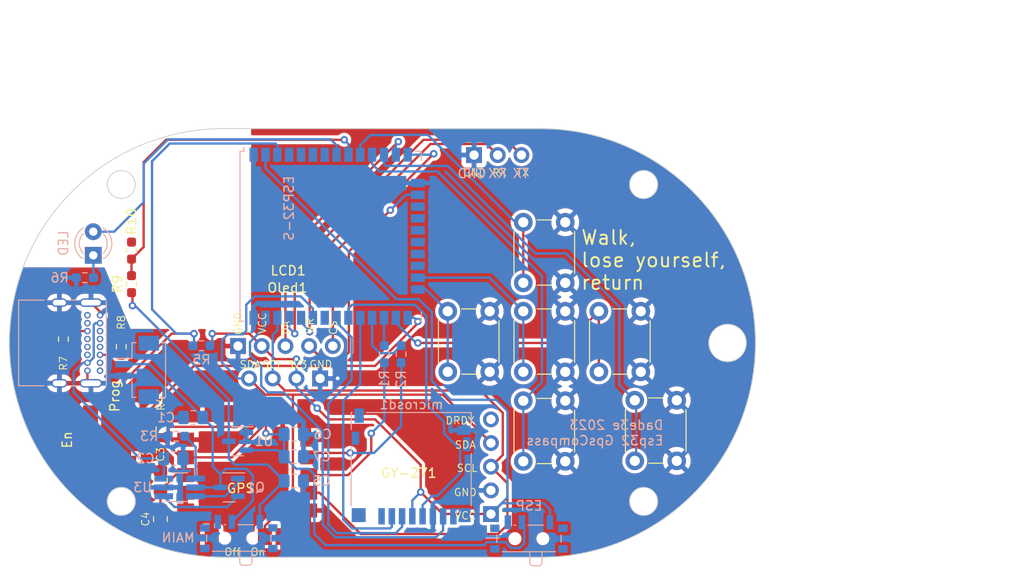
<source format=kicad_pcb>
(kicad_pcb (version 20221018) (generator pcbnew)
  (layers (0 "F.Cu" signal) (31 "B.Cu" signal) (34 "B.Paste" user) (35 "F.Paste" user) (36 "B.SilkS" user "B.Silkscreen") (37 "F.SilkS" user "F.Silkscreen") (38 "B.Mask" user) (39 "F.Mask" user) (44 "Edge.Cuts" user))
  (net 0 "")
  (net 1 "Net-(BT1-+)")
  (net 2 "GND")
  (net 3 "Net-(U3-VCC)")
  (net 4 "+3V3")
  (net 5 "Net-(J1-CC1)")
  (net 6 "Net-(J1-CC2)")
  (net 7 "CS")
  (net 8 "MISO")
  (net 9 "VCC")
  (net 10 "CLK")
  (net 11 "MOSI")
  (net 12 "SCL")
  (net 13 "SDA")
  (net 14 "Net-(Q1-B)")
  (net 15 "Net-(Q1-E)")
  (net 16 "RX2")
  (net 17 "TX2")
  (net 18 "Net-(U3-Prog)")
  (net 19 "Net-(ESP32-S1-EN)")
  (net 20 "B5")
  (net 21 "B6")
  (net 22 "B2")
  (net 23 "B3")
  (net 25 "B4")
  (net 26 "B1")
  (net 30 "Net-(ESP32-S1-IO32)")
  (net 31 "+BATT")
  (net 32 "lcd_data")
  (net 39 "lcd_wr")
  (net 40 "lcd_cs")
  (net 41 "Net-(ESP32-S1-IO0)")
  (net 43 "Net-(ESP32-S1-RXD0{slash}IO3)")
  (net 44 "Net-(ESP32-S1-TXD0{slash}IO1)")
  (net 45 "Net-(GPS1-TXD)")
  (net 46 "Net-(GPS1-RXD)")
  (net 47 "Net-(GPS1-~{RESET})")
  (net 49 "Net-(LED1-K)")
  (net 55 "battery_level")
  (footprint "Button_Switch_THT:SW_PUSH_6mm" (layer "F.Cu") (at 168.2 56.6 90)
    (fp_text reference "SWdown1" hide)
    (fp_text value "SW_SPST" hide)
  )
  (footprint "Resistor_SMD:R_0603_1608Metric_Pad0.98x0.95mm_HandSolder" (layer "F.Cu") (at 117 53.9 90)
    (fp_text reference "R8")
    (fp_text value "5K1" hide)
  )
  (footprint "mia_libreria:GY-271" (layer "F.Cu") (at 156.63 71.86 180)
    (fp_text reference "GY-271")
    (fp_text value "Conn_01x05_Socket" hide)
  )
  (footprint "mia_libreria:display_7_segm_4_digits" (layer "F.Cu") (at 129.52 53.83 90)
    (fp_text reference "LCD1")
    (fp_text value "Conn_01x05_Socket" hide)
  )
  (footprint "Button_Switch_THT:SW_PUSH_6mm" (layer "F.Cu") (at 160.1 47.05 90)
    (fp_text reference "SWright1" hide)
    (fp_text value "SW_SPST" hide)
  )
  (footprint "Connector_PinSocket_2.54mm:PinSocket_1x03_P2.54mm_Vertical" (layer "F.Cu") (at 159.9 33.34 -90)
    (fp_text reference "Serial1" hide)
    (fp_text value "Conn_01x03_Socket" hide)
  )
  (footprint "Resistor_SMD:R_0603_1608Metric_Pad0.98x0.95mm_HandSolder" (layer "F.Cu") (at 110.8 53.1 -90)
    (fp_text reference "R7")
    (fp_text value "5K1" hide)
  )
  (footprint "Button_Switch_THT:SW_PUSH_6mm" (layer "F.Cu") (at 160.1 56.6 90)
    (fp_text reference "SWleft1" hide)
    (fp_text value "SW_SPST" hide)
  )
  (footprint "mia_libreria:Display_i2c_128x64" (layer "F.Cu") (at 130.72 57.31 90)
    (fp_text reference "Oled1")
    (fp_text value "Conn_01x04_Socket" hide)
  )
  (footprint "Button_Switch_THT:SW_PUSH_6mm" (layer "F.Cu") (at 172.05 66.15 90)
    (fp_text reference "SWb1" hide)
    (fp_text value "SW_SPST" hide)
  )
  (footprint "Resistor_SMD:R_0603_1608Metric_Pad0.98x0.95mm_HandSolder" (layer "F.Cu") (at 121.25 62.75 -90)
    (fp_text reference "R4")
    (fp_text value "3,3K" hide)
  )
  (footprint "Button_Switch_THT:SW_PUSH_6mm" (layer "F.Cu") (at 160.1 66.2 90)
    (fp_text reference "SWa1" hide)
    (fp_text value "SW_SPST" hide)
  )
  (footprint "Button_Switch_THT:SW_PUSH_6mm" (layer "F.Cu") (at 152 56.6 90)
    (fp_text reference "SWup1" hide)
    (fp_text value "SW_SPST" hide)
  )
  (footprint "RF_GPS:ublox_SAM-M8Q" (layer "F.Cu") (at 130.5 67.675)
    (fp_text reference "GPS")
    (fp_text value "SAM-M8Q" hide)
  )
  (footprint "Resistor_SMD:R_0603_1608Metric_Pad0.98x0.95mm_HandSolder" (layer "F.Cu") (at 118.1 47.1875 90)
    (fp_text reference "R9")
    (fp_text value "27K" hide)
  )
  (footprint "Button_Switch_SMD:SW_SPST_EVQPE1" (layer "F.Cu") (at 113.7 63.9 90)
    (fp_text reference "En")
    (fp_text value "SW_SPST" hide)
  )
  (footprint "Button_Switch_SMD:SW_SPST_EVQPE1" (layer "F.Cu") (at 117.8 63.9 -90)
    (fp_text reference "Prog")
    (fp_text value "SW_SPST" hide)
  )
  (footprint "Capacitor_SMD:C_0805_2012Metric_Pad1.18x1.45mm_HandSolder" (layer "F.Cu") (at 121.2 68.2625 90)
    (fp_text reference "C3")
    (fp_text value "22pF" hide)
  )
  (footprint "Capacitor_SMD:C_0805_2012Metric_Pad1.18x1.45mm_HandSolder" (layer "F.Cu") (at 121.2 72.4 -90)
    (fp_text reference "C4")
    (fp_text value "4,7uF" hide)
  )
  (footprint "Resistor_SMD:R_0603_1608Metric_Pad0.98x0.95mm_HandSolder" (layer "F.Cu") (at 118.1 43.5875 90)
    (fp_text reference "R10")
    (fp_text value "100K" hide)
  )
  (footprint "Package_TO_SOT_SMD:SOT-23" (layer "B.Cu") (at 128.5625 69 180)
    (fp_text reference "Q1")
    (fp_text value "MMBTA92" hide)
  )
  (footprint "Resistor_SMD:R_0603_1608Metric_Pad0.98x0.95mm_HandSolder" (layer "B.Cu") (at 113.1 46.5 180)
    (fp_text reference "R6")
    (fp_text value "R" hide)
  )
  (footprint "Resistor_SMD:R_0603_1608Metric_Pad0.98x0.95mm_HandSolder" (layer "B.Cu") (at 145.2 54.7 -90)
    (fp_text reference "R1")
    (fp_text value "100R" hide)
  )
  (footprint "Resistor_SMD:R_0603_1608Metric_Pad0.98x0.95mm_HandSolder" (layer "B.Cu") (at 147 54.7 -90)
    (fp_text reference "R2")
    (fp_text value "100R" hide)
  )
  (footprint "Button_Switch_SMD:SW_SPDT_PCM12" (layer "B.Cu") (at 160.7 74.17 180)
    (fp_text reference "ESP")
    (fp_text value "SW_SPDT")
  )
  (footprint "Connector_Hirose:Hirose_DF13C_CL535-0402-2-51_1x02-1MP_P1.25mm_Vertical" (layer "B.Cu") (at 118.7 56.4 -90)
    (fp_text reference "BT1" hide)
    (fp_text value "Battery_Cell" hide)
  )
  (footprint "Capacitor_SMD:C_0805_2012Metric_Pad1.18x1.45mm_HandSolder" (layer "B.Cu") (at 135.5 68.3)
    (fp_text reference "C5")
    (fp_text value "1uF" hide)
  )
  (footprint "Resistor_SMD:R_0603_1608Metric_Pad0.98x0.95mm_HandSolder" (layer "B.Cu") (at 122.8875 63.5 180)
    (fp_text reference "R3")
    (fp_text value "5K" hide)
  )
  (footprint "Package_TO_SOT_SMD:TSOT-23-6_HandSoldering" (layer "B.Cu") (at 123.2625 69)
    (fp_text reference "U3")
    (fp_text value "LTC4054ES5-4.2" hide)
  )
  (footprint "RF_Module:ESP32-WROOM-32U" (layer "B.Cu") (at 139.45 42.05 -90)
    (fp_text reference "ESP32-S")
    (fp_text value "ESP32-WROOM-32U" hide)
  )
  (footprint "Capacitor_SMD:C_0805_2012Metric_Pad1.18x1.45mm_HandSolder" (layer "B.Cu") (at 135.5 65.7)
    (fp_text reference "C7")
    (fp_text value "1uF" hide)
  )
  (footprint "LED_THT:LED_D3.0mm" (layer "B.Cu") (at 114 44.1 90)
    (fp_text reference "LED")
    (fp_text value "LED" hide)
  )
  (footprint "Button_Switch_SMD:SW_SPDT_PCM12" (layer "B.Cu") (at 129.6 74.125 180)
    (fp_text reference "MAIN")
    (fp_text value "SW_SPDT")
  )
  (footprint "Capacitor_SMD:C_0805_2012Metric_Pad1.18x1.45mm_HandSolder" (layer "B.Cu") (at 135.5 63.3)
    (fp_text reference "C6")
    (fp_text value "0,1uF" hide)
  )
  (footprint "Package_TO_SOT_SMD:SOT-23" (layer "B.Cu") (at 129.4625 64.05 180)
    (fp_text reference "U1")
    (fp_text value "MCP1700x-330xxTT" hide)
  )
  (footprint "Resistor_SMD:R_0603_1608Metric_Pad0.98x0.95mm_HandSolder" (layer "B.Cu") (at 125.6 53.8 180)
    (fp_text reference "R5")
    (fp_text value "10K" hide)
  )
  (footprint "Capacitor_SMD:C_0805_2012Metric_Pad1.18x1.45mm_HandSolder" (layer "B.Cu") (at 124.7 61.5 180)
    (fp_text reference "C1")
    (fp_text value "10uF" hide)
  )
  (footprint "Connector_Card:microSD_HC_Hirose_DM3D-SF" (layer "B.Cu") (at 148.08 66.75 180)
    (fp_text reference "microsd1")
    (fp_text value "Micro_SD_Card" hide)
  )
  (footprint "Capacitor_SMD:C_0805_2012Metric_Pad1.18x1.45mm_HandSolder" (layer "B.Cu") (at 122.6 65.9)
    (fp_text reference "C2")
    (fp_text value "1uF" hide)
  )
  (footprint "Connector_USB:USB_C_Receptacle_GCT_USB4085" (layer "B.Cu") (at 114.725 56.475 90)
    (fp_text reference "J1" hide)
    (fp_text value "USB_C_Receptacle_PowerOnly_6P" hide)
  )
  (gr_line (start 128 76.5) (end 162 76.5) (stroke (width 0.1)) (layer "Edge.Cuts"))
  (gr_arc (start 128 76.5) (mid 105 53.5) (end 128 30.5) (stroke (width 0.1)) (layer "Edge.Cuts"))
  (gr_circle (center 173 36.5) (end 173 38) (stroke (width 0.1)) (fill none) (layer "Edge.Cuts"))
  (gr_circle (center 173 70.5) (end 173 72) (stroke (width 0.1)) (fill none) (layer "Edge.Cuts"))
  (gr_arc (start 162 30.5) (mid 185 53.5) (end 162 76.5) (stroke (width 0.1)) (layer "Edge.Cuts"))
  (gr_circle (center 182 53.5) (end 180 53.5) (stroke (width 0.1)) (fill none) (layer "Edge.Cuts"))
  (gr_line (start 128 30.5) (end 162 30.5) (stroke (width 0.1)) (layer "Edge.Cuts"))
  (gr_circle (center 117 36.5) (end 117 38) (stroke (width 0.1)) (fill none) (layer "Edge.Cuts"))
  (gr_circle (center 117 70.5) (end 117 72) (stroke (width 0.1)) (fill none) (layer "Edge.Cuts"))
  (gr_text "RX" (at 158.4 35.9) (layer "B.SilkS") (effects (font (size 1 1)) (justify left bottom mirror)))
  (gr_text "Esp32 GpsCompass" (at 175.2 64.56) (layer "B.SilkS") (effects (font (size 1 1)) (justify left bottom mirror)))
  (gr_text "TX" (at 160.8 35.9) (layer "B.SilkS") (effects (font (size 1 1)) (justify left bottom mirror)))
  (gr_text "GND" (at 156.2 35.9) (layer "B.SilkS") (effects (font (size 1 1)) (justify left bottom mirror)))
  (gr_text "Dade3e 2023" (at 175.2 62.9) (layer "B.SilkS") (effects (font (size 1 1)) (justify left bottom mirror)))
  (gr_text "On" (at 130.8 76.4) (layer "F.SilkS") (effects (font (size 0.8 0.8) (thickness 0.1)) (justify left bottom)))
  (gr_text "Off" (at 128 76.4) (layer "F.SilkS") (effects (font (size 0.8 0.8) (thickness 0.1)) (justify left bottom)))
  (gr_text "GND" (at 153.6 35.7) (layer "F.SilkS") (effects (font (size 0.8 0.8) (thickness 0.1)) (justify left bottom)))
  (gr_text "RX" (at 156.7 35.7) (layer "F.SilkS") (effects (font (size 0.8 0.8) (thickness 0.1)) (justify left bottom)))
  (gr_text "TX" (at 159.3 35.7) (layer "F.SilkS") (effects (font (size 0.8 0.8) (thickness 0.1)) (justify left bottom)))
  (gr_text "Walk,\nlose yourself,\nreturn" (at 166.2 47.9) (layer "F.SilkS") (effects (font (size 1.5 1.5) (thickness 0.2)) (justify left bottom)))
  (segment (start 124.9725 69) (end 127.625 69) (width 0.25) (layer "B.Cu") (net 1))
  (segment (start 126.8 62.5625) (end 126.8 66.75) (width 0.25) (layer "B.Cu") (net 1))
  (segment (start 117.25 55.775) (end 120.0125 55.775) (width 0.25) (layer "B.Cu") (net 1))
  (segment (start 131.1 67.7) (end 131.1 70.445) (width 0.25) (layer "B.Cu") (net 1))
  (segment (start 127.625 69) (end 127.625 67.575) (width 0.25) (layer "B.Cu") (net 1))
  (segment (start 126.8 66.75) (end 127.625 67.575) (width 0.25) (layer "B.Cu") (net 1))
  (segment (start 130.4 67) (end 131.1 67.7) (width 0.25) (layer "B.Cu") (net 1))
  (segment (start 125.7375 61.5) (end 126.8 62.5625) (width 0.25) (layer "B.Cu") (net 1))
  (segment (start 131.1 70.445) (end 128.85 72.695) (width 0.25) (layer "B.Cu") (net 1))
  (segment (start 128.2 67) (end 130.4 67) (width 0.25) (layer "B.Cu") (net 1))
  (segment (start 120.0125 55.775) (end 125.7375 61.5) (width 0.25) (layer "B.Cu") (net 1))
  (segment (start 127.625 67.575) (end 128.2 67) (width 0.25) (layer "B.Cu") (net 1))
  (segment (start 113.375 56.475) (end 113.375 57.455) (width 0.25) (layer "F.Cu") (net 2))
  (segment (start 113.375 57.455) (end 113.745 57.825) (width 0.25) (layer "F.Cu") (net 2))
  (segment (start 114.725 50.525) (end 114.725 50.155) (width 0.25) (layer "F.Cu") (net 2))
  (segment (start 114.725 50.155) (end 113.745 49.175) (width 0.25) (layer "F.Cu") (net 2))
  (via (at 140.2 57.3) (size 0.8) (drill 0.4) (layers "F.Cu" "B.Cu") (net 2))
  (segment (start 114.05 55.054595) (end 113.479595 55.625) (width 0.25) (layer "B.Cu") (net 3))
  (segment (start 119 65.9) (end 121.5625 65.9) (width 0.25) (layer "B.Cu") (net 3))
  (segment (start 121.5625 68.04) (end 121.5525 68.05) (width 0.25) (layer "B.Cu") (net 3))
  (segment (start 114.230026 51.375) (end 114.05 51.555026) (width 0.25) (layer "B.Cu") (net 3))
  (segment (start 111.9 58.8) (end 119 65.9) (width 0.25) (layer "B.Cu") (net 3))
  (segment (start 111.9 56.605026) (end 111.9 58.8) (width 0.25) (layer "B.Cu") (net 3))
  (segment (start 121.5625 65.9) (end 121.5625 68.04) (width 0.25) (layer "B.Cu") (net 3))
  (segment (start 113.479595 55.625) (end 113.375 55.625) (width 0.25) (layer "B.Cu") (net 3))
  (segment (start 112.880026 55.625) (end 111.9 56.605026) (width 0.25) (layer "B.Cu") (net 3))
  (segment (start 113.375 55.625) (end 112.880026 55.625) (width 0.25) (layer "B.Cu") (net 3))
  (segment (start 114.725 51.375) (end 114.230026 51.375) (width 0.25) (layer "B.Cu") (net 3))
  (segment (start 114.05 51.555026) (end 114.05 55.054595) (width 0.25) (layer "B.Cu") (net 3))
  (segment (start 132.4 62.225) (end 128.85 65.775) (width 0.25) (layer "F.Cu") (net 4))
  (segment (start 121.2 69.3) (end 121.2 71.3625) (width 0.25) (layer "F.Cu") (net 4))
  (segment (start 123.9 67.675) (end 123.9 65.775) (width 0.25) (layer "F.Cu") (net 4))
  (segment (start 121.2 69.3) (end 122.825 67.675) (width 0.25) (layer "F.Cu") (net 4))
  (segment (start 132.5 61.175) (end 132.4 61.075) (width 0.25) (layer "F.Cu") (net 4))
  (segment (start 122.825 67.675) (end 123.9 67.675) (width 0.25) (layer "F.Cu") (net 4))
  (segment (start 132.4 61.075) (end 132.4 62.225) (width 0.25) (layer "F.Cu") (net 4))
  (segment (start 123.3625 65.775) (end 123.9 65.775) (width 0.25) (layer "F.Cu") (net 4))
  (segment (start 121.25 63.6625) (end 123.3625 65.775) (width 0.25) (layer "F.Cu") (net 4))
  (segment (start 132.5 63.2) (end 132.5 61.175) (width 0.25) (layer "F.Cu") (net 4))
  (segment (start 128.85 65.775) (end 123.9 65.775) (width 0.25) (layer "F.Cu") (net 4))
  (via (at 132.5 63.2) (size 0.8) (drill 0.4) (layers "F.Cu" "B.Cu") (net 4))
  (segment (start 138.9 75.2) (end 155.9 75.2) (width 0.25) (layer "B.Cu") (net 4))
  (segment (start 130.4 65) (end 133.7625 65) (width 0.25) (layer "B.Cu") (net 4))
  (segment (start 135.7625 67) (end 137.1 67) (width 0.25) (layer "B.Cu") (net 4))
  (segment (start 155.9 75.2) (end 156.225 74.875) (width 0.25) (layer "B.Cu") (net 4))
  (segment (start 158.175 74.875) (end 158.8 75.5) (width 0.25) (layer "B.Cu") (net 4))
  (segment (start 137.7 74) (end 138.9 75.2) (width 0.25) (layer "B.Cu") (net 4))
  (segment (start 134.4625 65.7) (end 135.7625 67) (width 0.25) (layer "B.Cu") (net 4))
  (segment (start 158.8 75.5) (end 159.7 75.5) (width 0.25) (layer "B.Cu") (net 4))
  (segment (start 132.6 63.3) (end 132.5 63.2) (width 0.25) (layer "B.Cu") (net 4))
  (segment (start 134.4625 65.7) (end 134.4625 63.3) (width 0.25) (layer "B.Cu") (net 4))
  (segment (start 134.4625 63.3) (end 132.6 63.3) (width 0.25) (layer "B.Cu") (net 4))
  (segment (start 159.7 75.5) (end 160.2 75) (width 0.25) (layer "B.Cu") (net 4))
  (segment (start 137.7 67.6) (end 137.7 74) (width 0.25) (layer "B.Cu") (net 4))
  (segment (start 160.2 72.99) (end 159.95 72.74) (width 0.25) (layer "B.Cu") (net 4))
  (segment (start 160.2 75) (end 160.2 72.99) (width 0.25) (layer "B.Cu") (net 4))
  (segment (start 156.225 74.875) (end 158.175 74.875) (width 0.25) (layer "B.Cu") (net 4))
  (segment (start 137.1 67) (end 137.7 67.6) (width 0.25) (layer "B.Cu") (net 4))
  (segment (start 133.7625 65) (end 134.4625 65.7) (width 0.25) (layer "B.Cu") (net 4))
  (segment (start 116.9625 54.775) (end 117 54.8125) (width 0.25) (layer "F.Cu") (net 5))
  (segment (start 114.725 54.775) (end 116.9625 54.775) (width 0.25) (layer "F.Cu") (net 5))
  (segment (start 110.8375 52.225) (end 113.375 52.225) (width 0.25) (layer "F.Cu") (net 6))
  (segment (start 110.8 52.1875) (end 110.8375 52.225) (width 0.25) (layer "F.Cu") (net 6))
  (segment (start 145.83 73.4) (end 141.73 73.4) (width 0.25) (layer "B.Cu") (net 7))
  (segment (start 146.005 72.1) (end 146.005 73.225) (width 0.25) (layer "B.Cu") (net 7))
  (segment (start 141.73 73.4) (end 140.8 72.47) (width 0.25) (layer "B.Cu") (net 7))
  (segment (start 140.8 72.47) (end 140.8 59.7) (width 0.25) (layer "B.Cu") (net 7))
  (segment (start 142.625 57.875) (end 142.625 50.8) (width 0.25) (layer "B.Cu") (net 7))
  (segment (start 146.005 73.225) (end 145.83 73.4) (width 0.25) (layer "B.Cu") (net 7))
  (segment (start 140.8 59.7) (end 142.625 57.875) (width 0.25) (layer "B.Cu") (net 7))
  (segment (start 139.2 72.963604) (end 139.2 60) (width 0.25) (layer "B.Cu") (net 8))
  (segment (start 139.2 60) (end 141.7 57.5) (width 0.25) (layer "B.Cu") (net 8))
  (segment (start 147.105 73.225) (end 146.43 73.9) (width 0.25) (layer "B.Cu") (net 8))
  (segment (start 140.085 51.285) (end 140.085 50.8) (width 0.25) (layer "B.Cu") (net 8))
  (segment (start 140.136396 73.9) (end 139.2 72.963604) (width 0.25) (layer "B.Cu") (net 8))
  (segment (start 146.43 73.9) (end 140.136396 73.9) (width 0.25) (layer "B.Cu") (net 8))
  (segment (start 141.7 57.5) (end 141.7 52.9) (width 0.25) (layer "B.Cu") (net 8))
  (segment (start 141.7 52.9) (end 140.085 51.285) (width 0.25) (layer "B.Cu") (net 8))
  (segment (start 147.105 72.1) (end 147.105 73.225) (width 0.25) (layer "B.Cu") (net 8))
  (segment (start 138 60.5) (end 139.2 61.7) (width 0.25) (layer "F.Cu") (net 9))
  (segment (start 149.1 66.59) (end 149.1 69.5) (width 0.25) (layer "F.Cu") (net 9))
  (segment (start 144.21 61.7) (end 149.1 66.59) (width 0.25) (layer "F.Cu") (net 9))
  (segment (start 133.4655 55.2355) (end 132.06 53.83) (width 0.25) (layer "F.Cu") (net 9))
  (segment (start 126.75 52.5) (end 130.73 52.5) (width 0.25) (layer "F.Cu") (net 9))
  (segment (start 151.45 71.85) (end 149.1 69.5) (width 0.25) (layer "F.Cu") (net 9))
  (segment (start 135.78 55.2355) (end 133.4655 55.2355) (width 0.25) (layer "F.Cu") (net 9))
  (segment (start 130.73 52.5) (end 132.06 53.83) (width 0.25) (layer "F.Cu") (net 9))
  (segment (start 139.2 61.7) (end 144.21 61.7) (width 0.25) (layer "F.Cu") (net 9))
  (segment (start 156.65 71.85) (end 151.45 71.85) (width 0.25) (layer "F.Cu") (net 9))
  (via (at 138 60.5) (size 0.8) (drill 0.4) (layers "F.Cu" "B.Cu") (net 9))
  (via (at 149.1 69.5) (size 0.8) (drill 0.4) (layers "F.Cu" "B.Cu") (net 9))
  (via (at 126.75 52.5) (size 0.8) (drill 0.4) (layers "F.Cu" "B.Cu") (net 9))
  (via (at 135.78 55.2355) (size 0.8) (drill 0.4) (layers "F.Cu" "B.Cu") (net 9))
  (segment (start 157.2 59.6) (end 158.4 60.8) (width 0.25) (layer "B.Cu") (net 9))
  (segment (start 135.78 55.2355) (end 135.78 57.31) (width 0.25) (layer "B.Cu") (net 9))
  (segment (start 135.78 58.28) (end 135.78 57.31) (width 0.25) (layer "B.Cu") (net 9))
  (segment (start 148.205 72.1) (end 148.205 70.395) (width 0.25) (layer "B.Cu") (net 9))
  (segment (start 146.5 48.8) (end 148.9 48.8) (width 0.25) (layer "B.Cu") (net 9))
  (segment (start 162.95 72.74) (end 162.95 71.35) (width 0.25) (layer "B.Cu") (net 9))
  (segment (start 148.205 70.395) (end 149.1 69.5) (width 0.25) (layer "B.Cu") (net 9))
  (segment (start 150.3 57.57) (end 152.33 59.6) (width 0.25) (layer "B.Cu") (net 9))
  (segment (start 162.3 70.7) (end 157.79 70.7) (width 0.25) (layer "B.Cu") (net 9))
  (segment (start 158.4 70.09) (end 156.63 71.86) (width 0.25) (layer "B.Cu") (net 9))
  (segment (start 148.9 48.8) (end 150.3 50.2) (width 0.25) (layer "B.Cu") (net 9))
  (segment (start 152.33 59.6) (end 157.2 59.6) (width 0.25) (layer "B.Cu") (net 9))
  (segment (start 157.79 70.7) (end 156.63 71.86) (width 0.25) (layer "B.Cu") (net 9))
  (segment (start 150.3 50.2) (end 150.3 57.57) (width 0.25) (layer "B.Cu") (net 9))
  (segment (start 126.75 52.5) (end 126.75 53.5625) (width 0.25) (layer "B.Cu") (net 9))
  (segment (start 132.465 33.3) (end 132.465 34.765) (width 0.25) (layer "B.Cu") (net 9))
  (segment (start 132.465 34.765) (end 146.5 48.8) (width 0.25) (layer "B.Cu") (net 9))
  (segment (start 158.4 60.8) (end 158.4 70.09) (width 0.25) (layer "B.Cu") (net 9))
  (segment (start 126.75 53.5625) (end 126.5125 53.8) (width 0.25) (layer "B.Cu") (net 9))
  (segment (start 138 60.5) (end 135.78 58.28) (width 0.25) (layer "B.Cu") (net 9))
  (segment (start 162.95 71.35) (end 162.3 70.7) (width 0.25) (layer "B.Cu") (net 9))
  (segment (start 149.7 60.05) (end 151.6 61.95) (width 0.25) (layer "B.Cu") (net 10))
  (segment (start 153.33 67.47) (end 150.9 69.9) (width 0.25) (layer "B.Cu") (net 10))
  (segment (start 149.7 50.6) (end 149.7 60.05) (width 0.25) (layer "B.Cu") (net 10))
  (segment (start 141.755 49.4) (end 148.5 49.4) (width 0.25) (layer "B.Cu") (net 10))
  (segment (start 151.6 63.2) (end 153.33 64.93) (width 0.25) (layer "B.Cu") (net 10))
  (segment (start 150.3 69.9) (end 149.305 70.895) (width 0.25) (layer "B.Cu") (net 10))
  (segment (start 151.6 61.95) (end 151.6 63.2) (width 0.25) (layer "B.Cu") (net 10))
  (segment (start 149.305 70.895) (end 149.305 72.1) (width 0.25) (layer "B.Cu") (net 10))
  (segment (start 153.33 64.93) (end 153.33 67.47) (width 0.25) (layer "B.Cu") (net 10))
  (segment (start 148.5 49.4) (end 149.7 50.6) (width 0.25) (layer "B.Cu") (net 10))
  (segment (start 150.9 69.9) (end 150.3 69.9) (width 0.25) (layer "B.Cu") (net 10))
  (segment (start 141.355 50.8) (end 141.355 49.8) (width 0.25) (layer "B.Cu") (net 10))
  (segment (start 141.355 49.8) (end 141.755 49.4) (width 0.25) (layer "B.Cu") (net 10))
  (segment (start 138.6 73) (end 138.6 63) (width 0.25) (layer "B.Cu") (net 11))
  (segment (start 139.95 74.35) (end 138.6 73) (width 0.25) (layer "B.Cu") (net 11))
  (segment (start 130.805 53.395) (end 132.465 51.735) (width 0.25) (layer "B.Cu") (net 11))
  (segment (start 132.465 51.735) (end 132.465 50.8) (width 0.25) (layer "B.Cu") (net 11))
  (segment (start 134.4 58.8) (end 132.7 58.8) (width 0.25) (layer "B.Cu") (net 11))
  (segment (start 138.6 63) (end 134.4 58.8) (width 0.25) (layer "B.Cu") (net 11))
  (segment (start 132.7 58.8) (end 132 58.1) (width 0.25) (layer "B.Cu") (net 11))
  (segment (start 132 58.1) (end 132 55.981701) (width 0.25) (layer "B.Cu") (net 11))
  (segment (start 150.75 74.35) (end 139.95 74.35) (width 0.25) (layer "B.Cu") (net 11))
  (segment (start 151.505 73.595) (end 150.75 74.35) (width 0.25) (layer "B.Cu") (net 11))
  (segment (start 132 55.981701) (end 130.805 54.786701) (width 0.25) (layer "B.Cu") (net 11))
  (segment (start 130.805 54.786701) (end 130.805 53.395) (width 0.25) (layer "B.Cu") (net 11))
  (segment (start 151.505 72.1) (end 151.505 73.595) (width 0.25) (layer "B.Cu") (net 11))
  (segment (start 138.25 69.575) (end 142.675 74) (width 0.25) (layer "F.Cu") (net 12))
  (segment (start 158.4 73) (end 158.4 68.55) (width 0.25) (layer "F.Cu") (net 12))
  (segment (start 133.23 57.3) (end 134.53 58.6) (width 0.25) (layer "F.Cu") (net 12))
  (segment (start 157.9 65.52) (end 156.65 66.77) (width 0.25) (layer "F.Cu") (net 12))
  (segment (start 137.1 69.575) (end 138.25 69.575) (width 0.25) (layer "F.Cu") (net 12))
  (segment (start 134.53 58.6) (end 155.5 58.6) (width 0.25) (layer "F.Cu") (net 12))
  (segment (start 158.4 68.55) (end 156.63 66.78) (width 0.25) (layer "F.Cu") (net 12))
  (segment (start 157.9 61) (end 157.9 65.52) (width 0.25) (layer "F.Cu") (net 12))
  (segment (start 142.675 74) (end 157.4 74) (width 0.25) (layer "F.Cu") (net 12))
  (segment (start 157.4 74) (end 158.4 73) (width 0.25) (layer "F.Cu") (net 12))
  (segment (start 155.5 58.6) (end 157.9 61) (width 0.25) (layer "F.Cu") (net 12))
  (segment (start 133.735 52.155) (end 133.24 52.65) (width 0.25) (layer "B.Cu") (net 12))
  (segment (start 133.24 57.31) (end 133.24 52.65) (width 0.25) (layer "B.Cu") (net 12))
  (segment (start 133.735 50.8) (end 133.735 52.155) (width 0.25) (layer "B.Cu") (net 12))
  (segment (start 132.44 59.05) (end 135.7 59.05) (width 0.25) (layer "F.Cu") (net 13))
  (segment (start 135.4 71.6) (end 135.4 59.05) (width 0.25) (layer "F.Cu") (net 13))
  (segment (start 134.8 72.2) (end 135.4 71.6) (width 0.25) (layer "F.Cu") (net 13))
  (segment (start 133.325 72.2) (end 134.8 72.2) (width 0.25) (layer "F.Cu") (net 13))
  (segment (start 132.4 73.125) (end 133.325 72.2) (width 0.25) (layer "F.Cu") (net 13))
  (segment (start 151.47 59.05) (end 156.65 64.23) (width 0.25) (layer "F.Cu") (net 13))
  (segment (start 132.4 74.275) (end 132.4 73.125) (width 0.25) (layer "F.Cu") (net 13))
  (segment (start 135.7 59.05) (end 151.47 59.05) (width 0.25) (layer "F.Cu") (net 13))
  (segment (start 130.7 57.31) (end 132.44 59.05) (width 0.25) (layer "F.Cu") (net 13))
  (segment (start 129.487919 57.31) (end 127.8 55.622081) (width 0.25) (layer "B.Cu") (net 13))
  (segment (start 130.03 52.57) (end 130.4 52.2) (width 0.25) (layer "B.Cu") (net 13))
  (segment (start 127.8 55.622081) (end 127.8 53.2) (width 0.25) (layer "B.Cu") (net 13))
  (segment (start 130.4 49.4) (end 131.3 48.5) (width 0.25) (layer "B.Cu") (net 13))
  (segment (start 131.3 48.5) (end 136.245 48.5) (width 0.25) (layer "B.Cu") (net 13))
  (segment (start 137.545 49.8) (end 137.545 50.8) (width 0.25) (layer "B.Cu") (net 13))
  (segment (start 130.4 52.2) (end 130.4 49.4) (width 0.25) (layer "B.Cu") (net 13))
  (segment (start 130.7 57.31) (end 129.487919 57.31) (width 0.25) (layer "B.Cu") (net 13))
  (segment (start 128.43 52.57) (end 130.03 52.57) (width 0.25) (layer "B.Cu") (net 13))
  (segment (start 127.8 53.2) (end 128.43 52.57) (width 0.25) (layer "B.Cu") (net 13))
  (segment (start 136.245 48.5) (end 137.545 49.8) (width 0.25) (layer "B.Cu") (net 13))
  (segment (start 128.090749 69.95) (end 129.5 68.540749) (width 0.25) (layer "B.Cu") (net 14))
  (segment (start 124.9725 69.95) (end 128.090749 69.95) (width 0.25) (layer "B.Cu") (net 14))
  (segment (start 129.5 68.540749) (end 129.5 68.05) (width 0.25) (layer "B.Cu") (net 14))
  (segment (start 122.7025 71.1) (end 121.5525 69.95) (width 0.25) (layer "B.Cu") (net 15))
  (segment (start 129.5 69.95) (end 128.35 71.1) (width 0.25) (layer "B.Cu") (net 15))
  (segment (start 128.35 71.1) (end 122.7025 71.1) (width 0.25) (layer "B.Cu") (net 15))
  (segment (start 145.165 53.7525) (end 145.165 50.8) (width 0.25) (layer "B.Cu") (net 16))
  (segment (start 145.2 53.7875) (end 145.165 53.7525) (width 0.25) (layer "B.Cu") (net 16))
  (segment (start 146.1875 54.6) (end 147 53.7875) (width 0.25) (layer "B.Cu") (net 17))
  (segment (start 143.895 53.765495) (end 144.729505 54.6) (width 0.25) (layer "B.Cu") (net 17))
  (segment (start 144.729505 54.6) (end 146.1875 54.6) (width 0.25) (layer "B.Cu") (net 17))
  (segment (start 143.895 50.8) (end 143.895 53.765495) (width 0.25) (layer "B.Cu") (net 17))
  (segment (start 124.9725 64.6725) (end 124.9725 68.05) (width 0.25) (layer "B.Cu") (net 18))
  (segment (start 123.8 63.5) (end 124.9725 64.6725) (width 0.25) (layer "B.Cu") (net 18))
  (segment (start 124.8 52.5) (end 122.4 52.5) (width 0.25) (layer "F.Cu") (net 19))
  (segment (start 122.4 52.5) (end 113.7 61.2) (width 0.25) (layer "F.Cu") (net 19))
  (via (at 124.8 52.5) (size 0.8) (drill 0.4) (layers "F.Cu" "B.Cu") (net 19))
  (segment (start 124.8 53.6875) (end 124.6875 53.8) (width 0.25) (layer "B.Cu") (net 19))
  (segment (start 120.3 49.9) (end 120.3 34) (width 0.25) (layer "B.Cu") (net 19))
  (segment (start 124.8 52.5) (end 124.8 53.6875) (width 0.25) (layer "B.Cu") (net 19))
  (segment (start 122.2 32.1) (end 133.535 32.1) (width 0.25) (layer "B.Cu") (net 19))
  (segment (start 124.8 52.5) (end 122.9 52.5) (width 0.25) (layer "B.Cu") (net 19))
  (segment (start 122.9 52.5) (end 120.3 49.9) (width 0.25) (layer "B.Cu") (net 19))
  (segment (start 120.3 34) (end 122.2 32.1) (width 0.25) (layer "B.Cu") (net 19))
  (segment (start 133.535 32.1) (end 133.735 32.3) (width 0.25) (layer "B.Cu") (net 19))
  (segment (start 133.735 32.3) (end 133.735 33.3) (width 0.25) (layer "B.Cu") (net 19))
  (segment (start 162.1 46.3) (end 162.1 57.7) (width 0.25) (layer "B.Cu") (net 20))
  (segment (start 150.9 35.1) (end 162.1 46.3) (width 0.25) (layer "B.Cu") (net 20))
  (segment (start 143.895 33.3) (end 143.895 34.3) (width 0.25) (layer "B.Cu") (net 20))
  (segment (start 162.1 57.7) (end 160.1 59.7) (width 0.25) (layer "B.Cu") (net 20))
  (segment (start 160.1 66.2) (end 160.1 59.7) (width 0.25) (layer "B.Cu") (net 20))
  (segment (start 144.695 35.1) (end 150.9 35.1) (width 0.25) (layer "B.Cu") (net 20))
  (segment (start 143.895 34.3) (end 144.695 35.1) (width 0.25) (layer "B.Cu") (net 20))
  (segment (start 145.165 33.3) (end 145.165 34.3) (width 0.25) (layer "B.Cu") (net 21))
  (segment (start 145.365 34.5) (end 152 34.5) (width 0.25) (layer "B.Cu") (net 21))
  (segment (start 172.2 59.8) (end 172.2 66) (width 0.25) (layer "B.Cu") (net 21))
  (segment (start 145.165 34.3) (end 145.365 34.5) (width 0.25) (layer "B.Cu") (net 21))
  (segment (start 170.4 58) (end 172.2 59.8) (width 0.25) (layer "B.Cu") (net 21))
  (segment (start 170.4 49.6) (end 170.4 58) (width 0.25) (layer "B.Cu") (net 21))
  (segment (start 161.4 43.9) (end 164.7 43.9) (width 0.25) (layer "B.Cu") (net 21))
  (segment (start 164.7 43.9) (end 170.4 49.6) (width 0.25) (layer "B.Cu") (net 21))
  (segment (start 152 34.5) (end 161.4 43.9) (width 0.25) (layer "B.Cu") (net 21))
  (segment (start 168.2 56.6) (end 168.2 50.1) (width 0.25) (layer "F.Cu") (net 22))
  (segment (start 148.8 53.5) (end 164.8 53.5) (width 0.25) (layer "F.Cu") (net 22))
  (segment (start 164.8 53.5) (end 168.2 50.1) (width 0.25) (layer "F.Cu") (net 22))
  (via (at 148.8 53.5) (size 0.8) (drill 0.4) (layers "F.Cu" "B.Cu") (net 22))
  (segment (start 148.6 53.5) (end 146.435 51.335) (width 0.25) (layer "B.Cu") (net 22))
  (segment (start 148.8 53.5) (end 148.6 53.5) (width 0.25) (layer "B.Cu") (net 22))
  (segment (start 146.435 51.335) (end 146.435 50.8) (width 0.25) (layer "B.Cu") (net 22))
  (segment (start 156.495 46.495) (end 160.1 50.1) (width 0.25) (layer "B.Cu") (net 23))
  (segment (start 160.1 50.1) (end 160.1 56.6) (width 0.25) (layer "B.Cu") (net 23))
  (segment (start 148.8 46.495) (end 156.495 46.495) (width 0.25) (layer "B.Cu") (net 23))
  (segment (start 160.1 47.05) (end 160.1 40.55) (width 0.25) (layer "F.Cu") (net 25))
  (segment (start 159.25 40.55) (end 149.875 31.175) (width 0.25) (layer "B.Cu") (net 25))
  (segment (start 143.7 31.2) (end 142.625 32.275) (width 0.25) (layer "B.Cu") (net 25))
  (segment (start 146.374695 31.2) (end 143.7 31.2) (width 0.25) (layer "B.Cu") (net 25))
  (segment (start 149.875 31.175) (end 146.399695 31.175) (width 0.25) (layer "B.Cu") (net 25))
  (segment (start 142.625 32.275) (end 142.625 33.3) (width 0.25) (layer "B.Cu") (net 25))
  (segment (start 160.1 40.55) (end 159.25 40.55) (width 0.25) (layer "B.Cu") (net 25))
  (segment (start 146.399695 31.175) (end 146.374695 31.2) (width 0.25) (layer "B.Cu") (net 25))
  (segment (start 148.8 47.765) (end 149.665 47.765) (width 0.25) (layer "B.Cu") (net 26))
  (segment (start 152 56.6) (end 152 50.1) (width 0.25) (layer "B.Cu") (net 26))
  (segment (start 149.665 47.765) (end 152 50.1) (width 0.25) (layer "B.Cu") (net 26))
  (segment (start 140.085 32.3) (end 139.435 31.65) (width 0.25) (layer "B.Cu") (net 30))
  (segment (start 122.013604 31.65) (end 119.4 34.263604) (width 0.25) (layer "B.Cu") (net 30))
  (segment (start 140.085 33.3) (end 140.085 32.3) (width 0.25) (layer "B.Cu") (net 30))
  (segment (start 119.4 38.4) (end 116.24 41.56) (width 0.25) (layer "B.Cu") (net 30))
  (segment (start 116.24 41.56) (end 114 41.56) (width 0.25) (layer "B.Cu") (net 30))
  (segment (start 119.4 34.263604) (end 119.4 38.4) (width 0.25) (layer "B.Cu") (net 30))
  (segment (start 139.435 31.65) (end 122.013604 31.65) (width 0.25) (layer "B.Cu") (net 30))
  (segment (start 118.2 49.5) (end 118.2 48.2) (width 0.25) (layer "F.Cu") (net 31))
  (segment (start 118.2 48.2) (end 118.1 48.1) (width 0.25) (layer "F.Cu") (net 31))
  (via (at 118.2 49.5) (size 0.8) (drill 0.4) (layers "F.Cu" "B.Cu") (net 31))
  (segment (start 131.85 70.9125) (end 134.4625 68.3) (width 0.25) (layer "B.Cu") (net 31))
  (segment (start 118.2 49.5) (end 118.3 49.5) (width 0.25) (layer "B.Cu") (net 31))
  (segment (start 118.475 49.5) (end 118.2 49.5) (width 0.25) (layer "B.Cu") (net 31))
  (segment (start 134.4625 68.3) (end 132.7125 66.55) (width 0.25) (layer "B.Cu") (net 31))
  (segment (start 128.525 65.925) (end 128.525 64.05) (width 0.25) (layer "B.Cu") (net 31))
  (segment (start 128.525 59.55) (end 118.475 49.5) (width 0.25) (layer "B.Cu") (net 31))
  (segment (start 131.85 72.695) (end 131.85 70.9125) (width 0.25) (layer "B.Cu") (net 31))
  (segment (start 129.15 66.55) (end 128.525 65.925) (width 0.25) (layer "B.Cu") (net 31))
  (segment (start 128.525 64.05) (end 128.525 59.55) (width 0.25) (layer "B.Cu") (net 31))
  (segment (start 132.7125 66.55) (end 129.15 66.55) (width 0.25) (layer "B.Cu") (net 31))
  (segment (start 134.6 53.83) (end 134.6 44) (width 0.25) (layer "F.Cu") (net 32))
  (segment (start 134.6 44) (end 146.7 31.9) (width 0.25) (layer "F.Cu") (net 32))
  (via (at 146.7 31.9) (size 0.8) (drill 0.4) (layers "F.Cu" "B.Cu") (net 32))
  (segment (start 146.435 32.265) (end 146.7 31.9) (width 0.25) (layer "B.Cu") (net 32))
  (segment (start 146.7 31.9) (end 146.6 32.1) (width 0.25) (layer "B.Cu") (net 32))
  (segment (start 146.435 33.3) (end 146.435 32.265) (width 0.25) (layer "B.Cu") (net 32))
  (segment (start 145.85 39.25) (end 141.4 43.7) (width 0.25) (layer "F.Cu") (net 39))
  (segment (start 140.6 55.3) (end 138.61 55.3) (width 0.25) (layer "F.Cu") (net 39))
  (segment (start 138.61 55.3) (end 137.14 53.83) (width 0.25) (layer "F.Cu") (net 39))
  (segment (start 141.4 54.5) (end 140.6 55.3) (width 0.25) (layer "F.Cu") (net 39))
  (segment (start 141.4 43.7) (end 141.4 54.5) (width 0.25) (layer "F.Cu") (net 39))
  (via (at 145.85 39.25) (size 0.8) (drill 0.4) (layers "F.Cu" "B.Cu") (net 39))
  (segment (start 145.85 39.25) (end 147.495 37.605) (width 0.25) (layer "B.Cu") (net 39))
  (segment (start 147.495 37.605) (end 148.8 37.605) (width 0.25) (layer "B.Cu") (net 39))
  (segment (start 150.5 33.2) (end 140.03 43.67) (width 0.25) (layer "F.Cu") (net 40))
  (segment (start 139.68 44.02) (end 140.03 43.67) (width 0.25) (layer "F.Cu") (net 40))
  (segment (start 139.68 53.83) (end 139.68 44.02) (width 0.25) (layer "F.Cu") (net 40))
  (via (at 150.5 33.2) (size 0.8) (drill 0.4) (layers "F.Cu" "B.Cu") (net 40))
  (segment (start 147.705 33.3) (end 150.4 33.3) (width 0.25) (layer "B.Cu") (net 40))
  (segment (start 150.4 33.3) (end 150.5 33.2) (width 0.25) (layer "B.Cu") (net 40))
  (segment (start 124.79 55.96) (end 144.214695 55.96) (width 0.25) (layer "F.Cu") (net 41))
  (segment (start 117.8 61.2) (end 119.55 61.2) (width 0.25) (layer "F.Cu") (net 41))
  (segment (start 119.55 61.2) (end 124.79 55.96) (width 0.25) (layer "F.Cu") (net 41))
  (segment (start 148.8 51.374695) (end 148.8 51.2) (width 0.25) (layer "F.Cu") (net 41))
  (segment (start 144.214695 55.96) (end 148.8 51.374695) (width 0.25) (layer "F.Cu") (net 41))
  (via (at 148.8 51.2) (size 0.8) (drill 0.4) (layers "F.Cu" "B.Cu") (net 41))
  (segment (start 148.4 50.8) (end 148.8 51.2) (width 0.25) (layer "B.Cu") (net 41))
  (segment (start 147.705 50.8) (end 148.4 50.8) (width 0.25) (layer "B.Cu") (net 41))
  (segment (start 150.15 32.15) (end 137.2 45.1) (width 0.25) (layer "F.Cu") (net 43))
  (segment (start 157.36 33.34) (end 156.17 32.15) (width 0.25) (layer "F.Cu") (net 43))
  (segment (start 137.2 45.1) (end 137.2 52.3) (width 0.25) (layer "F.Cu") (net 43))
  (segment (start 156.17 32.15) (end 150.15 32.15) (width 0.25) (layer "F.Cu") (net 43))
  (via (at 137.2 52.3) (size 0.8) (drill 0.4) (layers "F.Cu" "B.Cu") (net 43))
  (segment (start 137.3 52.3) (end 137.2 52.2) (width 0.25) (layer "B.Cu") (net 43))
  (segment (start 137.2 52.3) (end 137.3 52.3) (width 0.25) (layer "B.Cu") (net 43))
  (segment (start 137.2 52.2) (end 137.2 52.3) (width 0.25) (layer "B.Cu") (net 43))
  (segment (start 136.275 51.275) (end 137.2 52.2) (width 0.25) (layer "B.Cu") (net 43))
  (segment (start 136.275 50.8) (end 136.275 51.275) (width 0.25) (layer "B.Cu") (net 43))
  (segment (start 159.9 33.34) (end 158.26 31.7) (width 0.25) (layer "F.Cu") (net 44))
  (segment (start 158.26 31.7) (end 149.4 31.7) (width 0.25) (layer "F.Cu") (net 44))
  (segment (start 135.6 45.5) (end 135.6 52.5) (width 0.25) (layer "F.Cu") (net 44))
  (segment (start 149.4 31.7) (end 135.6 45.5) (width 0.25) (layer "F.Cu") (net 44))
  (via (at 135.6 52.5) (size 0.8) (drill 0.4) (layers "F.Cu" "B.Cu") (net 44))
  (segment (start 135.005 51.905) (end 135.6 52.5) (width 0.25) (layer "B.Cu") (net 44))
  (segment (start 135.005 50.8) (end 135.005 51.905) (width 0.25) (layer "B.Cu") (net 44))
  (segment (start 141.32 67.68) (end 137.145 67.68) (width 0.25) (layer "F.Cu") (net 45))
  (segment (start 143.8 65.2) (end 141.32 67.68) (width 0.25) (layer "F.Cu") (net 45))
  (segment (start 143.8 63.2) (end 143.8 65.2) (width 0.25) (layer "F.Cu") (net 45))
  (via (at 143.8 63.2) (size 0.8) (drill 0.4) (layers "F.Cu" "B.Cu") (net 45))
  (segment (start 143.8 63.2) (end 145.2 61.8) (width 0.25) (layer "B.Cu") (net 45))
  (segment (start 145.2 61.8) (end 145.2 55.6125) (width 0.25) (layer "B.Cu") (net 45))
  (segment (start 141.5245 65.3) (end 137.575 65.3) (width 0.25) (layer "F.Cu") (net 46))
  (segment (start 137.575 65.3) (end 137.1 65.775) (width 0.25) (layer "F.Cu") (net 46))
  (via (at 141.5245 65.3) (size 0.8) (drill 0.4) (layers "F.Cu" "B.Cu") (net 46))
  (segment (start 144.1 65.3) (end 147 62.4) (width 0.25) (layer "B.Cu") (net 46))
  (segment (start 147 62.4) (end 147 55.6125) (width 0.25) (layer "B.Cu") (net 46))
  (segment (start 141.5245 65.3) (end 144.1 65.3) (width 0.25) (layer "B.Cu") (net 46))
  (segment (start 129.475 62.5) (end 130.5 61.475) (width 0.25) (layer "F.Cu") (net 47))
  (segment (start 121.25 61.8375) (end 121.9125 62.5) (width 0.25) (layer "F.Cu") (net 47))
  (segment (start 121.9125 62.5) (end 129.475 62.5) (width 0.25) (layer "F.Cu") (net 47))
  (segment (start 130.5 61.475) (end 130.5 61.075) (width 0.25) (layer "F.Cu") (net 47))
  (segment (start 114.0125 44.1125) (end 114 44.1) (width 0.25) (layer "B.Cu") (net 49))
  (segment (start 114.0125 46.5) (end 114.0125 44.1125) (width 0.25) (layer "B.Cu") (net 49))
  (segment (start 119.4 34.1) (end 121.8 31.7) (width 0.25) (layer "F.Cu") (net 55))
  (segment (start 119.4 43.2) (end 119.4 34.1) (width 0.25) (layer "F.Cu") (net 55))
  (segment (start 118.1 44.5) (end 119.4 43.2) (width 0.25) (layer "F.Cu") (net 55))
  (segment (start 118.1 44.5) (end 118.1 46.275) (width 0.25) (layer "F.Cu") (net 55))
  (segment (start 121.8 31.7) (end 140.9 31.7) (width 0.25) (layer "F.Cu") (net 55))
  (via (at 140.9 31.7) (size 0.8) (drill 0.4) (layers "F.Cu" "B.Cu") (net 55))
  (segment (start 141.355 32.155) (end 140.9 31.7) (width 0.25) (layer "B.Cu") (net 55))
  (segment (start 141.355 33.3) (end 141.355 32.155) (width 0.25) (layer "B.Cu") (net 55))
  (zone (net 2) (net_name "GND") (layers "F&B.Cu") (connect_pads (clearance 0.35)) (min_thickness 0.25) (fill yes (thermal_gap 0.5) (thermal_bridge_width 0.5))
    (polygon (pts (xy 130.92 30) (xy 130.92 52) (xy 118 52) (xy 115.2 45.4) (xy 104.2 45.4) (xy 104 78) (xy 186 78) (xy 186 30)))
  )
)
</source>
